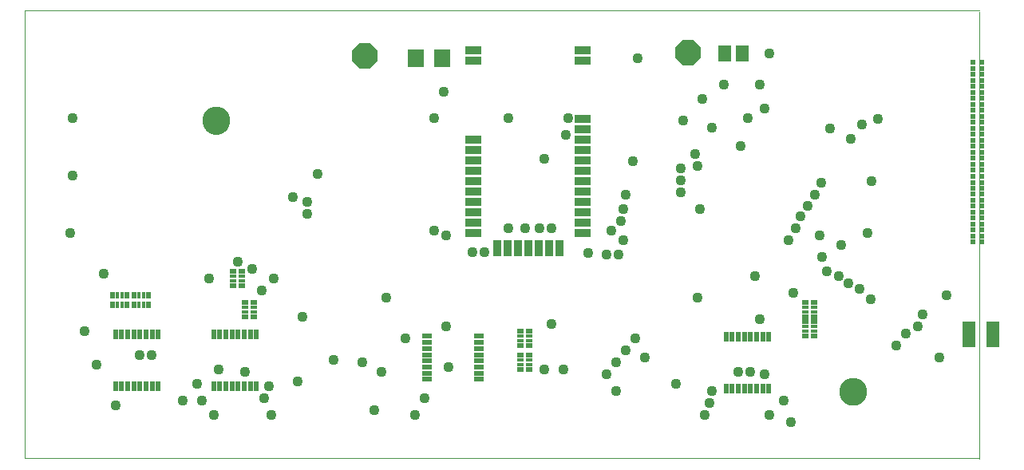
<source format=gbs>
G75*
%MOIN*%
%OFA0B0*%
%FSLAX25Y25*%
%IPPOS*%
%LPD*%
%AMOC8*
5,1,8,0,0,1.08239X$1,22.5*
%
%ADD10C,0.00000*%
%ADD11R,0.06899X0.07698*%
%ADD12R,0.01969X0.04331*%
%ADD13R,0.04331X0.01969*%
%ADD14OC8,0.10600*%
%ADD15R,0.06506X0.03356*%
%ADD16R,0.03356X0.06506*%
%ADD17R,0.02100X0.02100*%
%ADD18C,0.11624*%
%ADD19R,0.05718X0.06506*%
%ADD20R,0.02175X0.02569*%
%ADD21R,0.01781X0.02569*%
%ADD22R,0.02569X0.02175*%
%ADD23R,0.02569X0.01781*%
%ADD24R,0.05600X0.10600*%
%ADD25C,0.04362*%
D10*
X0001800Y0001200D02*
X0001800Y0188161D01*
X0400501Y0188161D01*
X0400661Y0187701D02*
X0400739Y0001000D01*
X0400501Y0001200D02*
X0001800Y0001200D01*
X0076288Y0142200D02*
X0076290Y0142348D01*
X0076296Y0142496D01*
X0076306Y0142644D01*
X0076320Y0142791D01*
X0076338Y0142938D01*
X0076359Y0143084D01*
X0076385Y0143230D01*
X0076415Y0143375D01*
X0076448Y0143519D01*
X0076486Y0143662D01*
X0076527Y0143804D01*
X0076572Y0143945D01*
X0076620Y0144085D01*
X0076673Y0144224D01*
X0076729Y0144361D01*
X0076789Y0144496D01*
X0076852Y0144630D01*
X0076919Y0144762D01*
X0076990Y0144892D01*
X0077064Y0145020D01*
X0077141Y0145146D01*
X0077222Y0145270D01*
X0077306Y0145392D01*
X0077393Y0145511D01*
X0077484Y0145628D01*
X0077578Y0145743D01*
X0077674Y0145855D01*
X0077774Y0145965D01*
X0077876Y0146071D01*
X0077982Y0146175D01*
X0078090Y0146276D01*
X0078201Y0146374D01*
X0078314Y0146470D01*
X0078430Y0146562D01*
X0078548Y0146651D01*
X0078669Y0146736D01*
X0078792Y0146819D01*
X0078917Y0146898D01*
X0079044Y0146974D01*
X0079173Y0147046D01*
X0079304Y0147115D01*
X0079437Y0147180D01*
X0079572Y0147241D01*
X0079708Y0147299D01*
X0079845Y0147354D01*
X0079984Y0147404D01*
X0080125Y0147451D01*
X0080266Y0147494D01*
X0080409Y0147534D01*
X0080553Y0147569D01*
X0080697Y0147601D01*
X0080843Y0147628D01*
X0080989Y0147652D01*
X0081136Y0147672D01*
X0081283Y0147688D01*
X0081430Y0147700D01*
X0081578Y0147708D01*
X0081726Y0147712D01*
X0081874Y0147712D01*
X0082022Y0147708D01*
X0082170Y0147700D01*
X0082317Y0147688D01*
X0082464Y0147672D01*
X0082611Y0147652D01*
X0082757Y0147628D01*
X0082903Y0147601D01*
X0083047Y0147569D01*
X0083191Y0147534D01*
X0083334Y0147494D01*
X0083475Y0147451D01*
X0083616Y0147404D01*
X0083755Y0147354D01*
X0083892Y0147299D01*
X0084028Y0147241D01*
X0084163Y0147180D01*
X0084296Y0147115D01*
X0084427Y0147046D01*
X0084556Y0146974D01*
X0084683Y0146898D01*
X0084808Y0146819D01*
X0084931Y0146736D01*
X0085052Y0146651D01*
X0085170Y0146562D01*
X0085286Y0146470D01*
X0085399Y0146374D01*
X0085510Y0146276D01*
X0085618Y0146175D01*
X0085724Y0146071D01*
X0085826Y0145965D01*
X0085926Y0145855D01*
X0086022Y0145743D01*
X0086116Y0145628D01*
X0086207Y0145511D01*
X0086294Y0145392D01*
X0086378Y0145270D01*
X0086459Y0145146D01*
X0086536Y0145020D01*
X0086610Y0144892D01*
X0086681Y0144762D01*
X0086748Y0144630D01*
X0086811Y0144496D01*
X0086871Y0144361D01*
X0086927Y0144224D01*
X0086980Y0144085D01*
X0087028Y0143945D01*
X0087073Y0143804D01*
X0087114Y0143662D01*
X0087152Y0143519D01*
X0087185Y0143375D01*
X0087215Y0143230D01*
X0087241Y0143084D01*
X0087262Y0142938D01*
X0087280Y0142791D01*
X0087294Y0142644D01*
X0087304Y0142496D01*
X0087310Y0142348D01*
X0087312Y0142200D01*
X0087310Y0142052D01*
X0087304Y0141904D01*
X0087294Y0141756D01*
X0087280Y0141609D01*
X0087262Y0141462D01*
X0087241Y0141316D01*
X0087215Y0141170D01*
X0087185Y0141025D01*
X0087152Y0140881D01*
X0087114Y0140738D01*
X0087073Y0140596D01*
X0087028Y0140455D01*
X0086980Y0140315D01*
X0086927Y0140176D01*
X0086871Y0140039D01*
X0086811Y0139904D01*
X0086748Y0139770D01*
X0086681Y0139638D01*
X0086610Y0139508D01*
X0086536Y0139380D01*
X0086459Y0139254D01*
X0086378Y0139130D01*
X0086294Y0139008D01*
X0086207Y0138889D01*
X0086116Y0138772D01*
X0086022Y0138657D01*
X0085926Y0138545D01*
X0085826Y0138435D01*
X0085724Y0138329D01*
X0085618Y0138225D01*
X0085510Y0138124D01*
X0085399Y0138026D01*
X0085286Y0137930D01*
X0085170Y0137838D01*
X0085052Y0137749D01*
X0084931Y0137664D01*
X0084808Y0137581D01*
X0084683Y0137502D01*
X0084556Y0137426D01*
X0084427Y0137354D01*
X0084296Y0137285D01*
X0084163Y0137220D01*
X0084028Y0137159D01*
X0083892Y0137101D01*
X0083755Y0137046D01*
X0083616Y0136996D01*
X0083475Y0136949D01*
X0083334Y0136906D01*
X0083191Y0136866D01*
X0083047Y0136831D01*
X0082903Y0136799D01*
X0082757Y0136772D01*
X0082611Y0136748D01*
X0082464Y0136728D01*
X0082317Y0136712D01*
X0082170Y0136700D01*
X0082022Y0136692D01*
X0081874Y0136688D01*
X0081726Y0136688D01*
X0081578Y0136692D01*
X0081430Y0136700D01*
X0081283Y0136712D01*
X0081136Y0136728D01*
X0080989Y0136748D01*
X0080843Y0136772D01*
X0080697Y0136799D01*
X0080553Y0136831D01*
X0080409Y0136866D01*
X0080266Y0136906D01*
X0080125Y0136949D01*
X0079984Y0136996D01*
X0079845Y0137046D01*
X0079708Y0137101D01*
X0079572Y0137159D01*
X0079437Y0137220D01*
X0079304Y0137285D01*
X0079173Y0137354D01*
X0079044Y0137426D01*
X0078917Y0137502D01*
X0078792Y0137581D01*
X0078669Y0137664D01*
X0078548Y0137749D01*
X0078430Y0137838D01*
X0078314Y0137930D01*
X0078201Y0138026D01*
X0078090Y0138124D01*
X0077982Y0138225D01*
X0077876Y0138329D01*
X0077774Y0138435D01*
X0077674Y0138545D01*
X0077578Y0138657D01*
X0077484Y0138772D01*
X0077393Y0138889D01*
X0077306Y0139008D01*
X0077222Y0139130D01*
X0077141Y0139254D01*
X0077064Y0139380D01*
X0076990Y0139508D01*
X0076919Y0139638D01*
X0076852Y0139770D01*
X0076789Y0139904D01*
X0076729Y0140039D01*
X0076673Y0140176D01*
X0076620Y0140315D01*
X0076572Y0140455D01*
X0076527Y0140596D01*
X0076486Y0140738D01*
X0076448Y0140881D01*
X0076415Y0141025D01*
X0076385Y0141170D01*
X0076359Y0141316D01*
X0076338Y0141462D01*
X0076320Y0141609D01*
X0076306Y0141756D01*
X0076296Y0141904D01*
X0076290Y0142052D01*
X0076288Y0142200D01*
X0342288Y0029100D02*
X0342290Y0029248D01*
X0342296Y0029396D01*
X0342306Y0029544D01*
X0342320Y0029691D01*
X0342338Y0029838D01*
X0342359Y0029984D01*
X0342385Y0030130D01*
X0342415Y0030275D01*
X0342448Y0030419D01*
X0342486Y0030562D01*
X0342527Y0030704D01*
X0342572Y0030845D01*
X0342620Y0030985D01*
X0342673Y0031124D01*
X0342729Y0031261D01*
X0342789Y0031396D01*
X0342852Y0031530D01*
X0342919Y0031662D01*
X0342990Y0031792D01*
X0343064Y0031920D01*
X0343141Y0032046D01*
X0343222Y0032170D01*
X0343306Y0032292D01*
X0343393Y0032411D01*
X0343484Y0032528D01*
X0343578Y0032643D01*
X0343674Y0032755D01*
X0343774Y0032865D01*
X0343876Y0032971D01*
X0343982Y0033075D01*
X0344090Y0033176D01*
X0344201Y0033274D01*
X0344314Y0033370D01*
X0344430Y0033462D01*
X0344548Y0033551D01*
X0344669Y0033636D01*
X0344792Y0033719D01*
X0344917Y0033798D01*
X0345044Y0033874D01*
X0345173Y0033946D01*
X0345304Y0034015D01*
X0345437Y0034080D01*
X0345572Y0034141D01*
X0345708Y0034199D01*
X0345845Y0034254D01*
X0345984Y0034304D01*
X0346125Y0034351D01*
X0346266Y0034394D01*
X0346409Y0034434D01*
X0346553Y0034469D01*
X0346697Y0034501D01*
X0346843Y0034528D01*
X0346989Y0034552D01*
X0347136Y0034572D01*
X0347283Y0034588D01*
X0347430Y0034600D01*
X0347578Y0034608D01*
X0347726Y0034612D01*
X0347874Y0034612D01*
X0348022Y0034608D01*
X0348170Y0034600D01*
X0348317Y0034588D01*
X0348464Y0034572D01*
X0348611Y0034552D01*
X0348757Y0034528D01*
X0348903Y0034501D01*
X0349047Y0034469D01*
X0349191Y0034434D01*
X0349334Y0034394D01*
X0349475Y0034351D01*
X0349616Y0034304D01*
X0349755Y0034254D01*
X0349892Y0034199D01*
X0350028Y0034141D01*
X0350163Y0034080D01*
X0350296Y0034015D01*
X0350427Y0033946D01*
X0350556Y0033874D01*
X0350683Y0033798D01*
X0350808Y0033719D01*
X0350931Y0033636D01*
X0351052Y0033551D01*
X0351170Y0033462D01*
X0351286Y0033370D01*
X0351399Y0033274D01*
X0351510Y0033176D01*
X0351618Y0033075D01*
X0351724Y0032971D01*
X0351826Y0032865D01*
X0351926Y0032755D01*
X0352022Y0032643D01*
X0352116Y0032528D01*
X0352207Y0032411D01*
X0352294Y0032292D01*
X0352378Y0032170D01*
X0352459Y0032046D01*
X0352536Y0031920D01*
X0352610Y0031792D01*
X0352681Y0031662D01*
X0352748Y0031530D01*
X0352811Y0031396D01*
X0352871Y0031261D01*
X0352927Y0031124D01*
X0352980Y0030985D01*
X0353028Y0030845D01*
X0353073Y0030704D01*
X0353114Y0030562D01*
X0353152Y0030419D01*
X0353185Y0030275D01*
X0353215Y0030130D01*
X0353241Y0029984D01*
X0353262Y0029838D01*
X0353280Y0029691D01*
X0353294Y0029544D01*
X0353304Y0029396D01*
X0353310Y0029248D01*
X0353312Y0029100D01*
X0353310Y0028952D01*
X0353304Y0028804D01*
X0353294Y0028656D01*
X0353280Y0028509D01*
X0353262Y0028362D01*
X0353241Y0028216D01*
X0353215Y0028070D01*
X0353185Y0027925D01*
X0353152Y0027781D01*
X0353114Y0027638D01*
X0353073Y0027496D01*
X0353028Y0027355D01*
X0352980Y0027215D01*
X0352927Y0027076D01*
X0352871Y0026939D01*
X0352811Y0026804D01*
X0352748Y0026670D01*
X0352681Y0026538D01*
X0352610Y0026408D01*
X0352536Y0026280D01*
X0352459Y0026154D01*
X0352378Y0026030D01*
X0352294Y0025908D01*
X0352207Y0025789D01*
X0352116Y0025672D01*
X0352022Y0025557D01*
X0351926Y0025445D01*
X0351826Y0025335D01*
X0351724Y0025229D01*
X0351618Y0025125D01*
X0351510Y0025024D01*
X0351399Y0024926D01*
X0351286Y0024830D01*
X0351170Y0024738D01*
X0351052Y0024649D01*
X0350931Y0024564D01*
X0350808Y0024481D01*
X0350683Y0024402D01*
X0350556Y0024326D01*
X0350427Y0024254D01*
X0350296Y0024185D01*
X0350163Y0024120D01*
X0350028Y0024059D01*
X0349892Y0024001D01*
X0349755Y0023946D01*
X0349616Y0023896D01*
X0349475Y0023849D01*
X0349334Y0023806D01*
X0349191Y0023766D01*
X0349047Y0023731D01*
X0348903Y0023699D01*
X0348757Y0023672D01*
X0348611Y0023648D01*
X0348464Y0023628D01*
X0348317Y0023612D01*
X0348170Y0023600D01*
X0348022Y0023592D01*
X0347874Y0023588D01*
X0347726Y0023588D01*
X0347578Y0023592D01*
X0347430Y0023600D01*
X0347283Y0023612D01*
X0347136Y0023628D01*
X0346989Y0023648D01*
X0346843Y0023672D01*
X0346697Y0023699D01*
X0346553Y0023731D01*
X0346409Y0023766D01*
X0346266Y0023806D01*
X0346125Y0023849D01*
X0345984Y0023896D01*
X0345845Y0023946D01*
X0345708Y0024001D01*
X0345572Y0024059D01*
X0345437Y0024120D01*
X0345304Y0024185D01*
X0345173Y0024254D01*
X0345044Y0024326D01*
X0344917Y0024402D01*
X0344792Y0024481D01*
X0344669Y0024564D01*
X0344548Y0024649D01*
X0344430Y0024738D01*
X0344314Y0024830D01*
X0344201Y0024926D01*
X0344090Y0025024D01*
X0343982Y0025125D01*
X0343876Y0025229D01*
X0343774Y0025335D01*
X0343674Y0025445D01*
X0343578Y0025557D01*
X0343484Y0025672D01*
X0343393Y0025789D01*
X0343306Y0025908D01*
X0343222Y0026030D01*
X0343141Y0026154D01*
X0343064Y0026280D01*
X0342990Y0026408D01*
X0342919Y0026538D01*
X0342852Y0026670D01*
X0342789Y0026804D01*
X0342729Y0026939D01*
X0342673Y0027076D01*
X0342620Y0027215D01*
X0342572Y0027355D01*
X0342527Y0027496D01*
X0342486Y0027638D01*
X0342448Y0027781D01*
X0342415Y0027925D01*
X0342385Y0028070D01*
X0342359Y0028216D01*
X0342338Y0028362D01*
X0342320Y0028509D01*
X0342306Y0028656D01*
X0342296Y0028804D01*
X0342290Y0028952D01*
X0342288Y0029100D01*
D11*
X0176398Y0168200D03*
X0165202Y0168200D03*
D12*
X0098757Y0053125D03*
X0096198Y0053125D03*
X0093639Y0053125D03*
X0091080Y0053125D03*
X0088520Y0053125D03*
X0085961Y0053125D03*
X0083402Y0053125D03*
X0080843Y0053125D03*
X0057757Y0053125D03*
X0055198Y0053125D03*
X0052639Y0053125D03*
X0050080Y0053125D03*
X0047520Y0053125D03*
X0044961Y0053125D03*
X0042402Y0053125D03*
X0039843Y0053125D03*
X0039843Y0031275D03*
X0042402Y0031275D03*
X0044961Y0031275D03*
X0047520Y0031275D03*
X0050080Y0031275D03*
X0052639Y0031275D03*
X0055198Y0031275D03*
X0057757Y0031275D03*
X0080843Y0031275D03*
X0083402Y0031275D03*
X0085961Y0031275D03*
X0088520Y0031275D03*
X0091080Y0031275D03*
X0093639Y0031275D03*
X0096198Y0031275D03*
X0098757Y0031275D03*
X0294843Y0030275D03*
X0297402Y0030275D03*
X0299961Y0030275D03*
X0302520Y0030275D03*
X0305080Y0030275D03*
X0307639Y0030275D03*
X0310198Y0030275D03*
X0312757Y0030275D03*
X0312757Y0052125D03*
X0310198Y0052125D03*
X0307639Y0052125D03*
X0305080Y0052125D03*
X0302520Y0052125D03*
X0299961Y0052125D03*
X0297402Y0052125D03*
X0294843Y0052125D03*
D13*
X0191725Y0052157D03*
X0191725Y0049598D03*
X0191725Y0047039D03*
X0191725Y0044480D03*
X0191725Y0041920D03*
X0191725Y0039361D03*
X0191725Y0036802D03*
X0191725Y0034243D03*
X0169875Y0034243D03*
X0169875Y0036802D03*
X0169875Y0039361D03*
X0169875Y0041920D03*
X0169875Y0044480D03*
X0169875Y0047039D03*
X0169875Y0049598D03*
X0169875Y0052157D03*
D14*
X0143800Y0169400D03*
X0278800Y0170800D03*
D15*
X0235013Y0171665D03*
X0235013Y0167334D03*
X0189343Y0167334D03*
X0189343Y0171665D03*
X0235013Y0142924D03*
X0235013Y0138594D03*
X0235013Y0134263D03*
X0235013Y0129932D03*
X0235013Y0125602D03*
X0235013Y0121271D03*
X0235013Y0116940D03*
X0235013Y0112609D03*
X0235013Y0108279D03*
X0235013Y0103948D03*
X0235013Y0099617D03*
X0235013Y0095287D03*
X0189343Y0095287D03*
X0189343Y0099617D03*
X0189343Y0103948D03*
X0189343Y0108279D03*
X0189343Y0112609D03*
X0189343Y0116940D03*
X0189343Y0121271D03*
X0189343Y0125602D03*
X0189343Y0129932D03*
X0189343Y0134263D03*
D16*
X0199186Y0088987D03*
X0203517Y0088987D03*
X0207847Y0088987D03*
X0212178Y0088987D03*
X0216509Y0088987D03*
X0220839Y0088987D03*
X0225170Y0088987D03*
D17*
X0398013Y0091500D03*
X0398013Y0094000D03*
X0401587Y0094000D03*
X0401587Y0091500D03*
X0401587Y0096500D03*
X0401587Y0099000D03*
X0401587Y0101500D03*
X0401587Y0104000D03*
X0398013Y0104000D03*
X0398013Y0101500D03*
X0398013Y0099000D03*
X0398013Y0096500D03*
X0398013Y0106500D03*
X0398013Y0109000D03*
X0398013Y0111500D03*
X0401587Y0111500D03*
X0401587Y0109000D03*
X0401587Y0106500D03*
X0401587Y0114000D03*
X0401587Y0116400D03*
X0401587Y0119000D03*
X0398013Y0119000D03*
X0398013Y0116400D03*
X0398013Y0114000D03*
X0398013Y0121500D03*
X0398013Y0124000D03*
X0397913Y0126500D03*
X0401487Y0126500D03*
X0401587Y0124000D03*
X0401587Y0121500D03*
X0401487Y0129000D03*
X0401487Y0131500D03*
X0401587Y0134000D03*
X0398013Y0134000D03*
X0397913Y0131500D03*
X0397913Y0129000D03*
X0398013Y0136500D03*
X0398013Y0139000D03*
X0398013Y0141500D03*
X0401587Y0141500D03*
X0401587Y0139000D03*
X0401587Y0136500D03*
X0401587Y0144000D03*
X0401587Y0146500D03*
X0401587Y0149000D03*
X0398013Y0149000D03*
X0398013Y0146500D03*
X0398013Y0144000D03*
X0398013Y0151500D03*
X0398013Y0154000D03*
X0398013Y0156500D03*
X0401587Y0156500D03*
X0401587Y0154000D03*
X0401587Y0151500D03*
X0401587Y0159000D03*
X0401587Y0161500D03*
X0401587Y0164000D03*
X0398013Y0164000D03*
X0398013Y0161500D03*
X0398013Y0159000D03*
X0398013Y0166500D03*
X0401587Y0166500D03*
D18*
X0347800Y0029100D03*
X0081800Y0142200D03*
D19*
X0294160Y0170300D03*
X0301640Y0170300D03*
D20*
X0053556Y0069169D03*
X0053556Y0065231D03*
X0047650Y0065231D03*
X0044556Y0065231D03*
X0038650Y0065231D03*
X0038650Y0069169D03*
X0044556Y0069169D03*
X0047650Y0069169D03*
D21*
X0049619Y0069169D03*
X0051587Y0069169D03*
X0051587Y0065231D03*
X0049619Y0065231D03*
X0042587Y0065231D03*
X0040619Y0065231D03*
X0040619Y0069169D03*
X0042587Y0069169D03*
D22*
X0088831Y0073444D03*
X0092769Y0073444D03*
X0092769Y0079350D03*
X0088831Y0079350D03*
X0093831Y0066350D03*
X0097769Y0066350D03*
X0097769Y0060444D03*
X0093831Y0060444D03*
X0208831Y0054350D03*
X0212769Y0054350D03*
X0212769Y0048444D03*
X0208831Y0048444D03*
X0208831Y0044350D03*
X0212769Y0044350D03*
X0212769Y0038444D03*
X0208831Y0038444D03*
X0327831Y0052444D03*
X0331769Y0052444D03*
X0331769Y0058350D03*
X0331769Y0060444D03*
X0327831Y0060444D03*
X0327831Y0058350D03*
X0327831Y0066350D03*
X0331769Y0066350D03*
D23*
X0331769Y0064381D03*
X0327831Y0064381D03*
X0327831Y0062413D03*
X0331769Y0062413D03*
X0331769Y0056381D03*
X0331769Y0054413D03*
X0327831Y0054413D03*
X0327831Y0056381D03*
X0212769Y0052381D03*
X0212769Y0050413D03*
X0208831Y0050413D03*
X0208831Y0052381D03*
X0208831Y0042381D03*
X0208831Y0040413D03*
X0212769Y0040413D03*
X0212769Y0042381D03*
X0097769Y0062413D03*
X0093831Y0062413D03*
X0093831Y0064381D03*
X0097769Y0064381D03*
X0092769Y0075413D03*
X0092769Y0077381D03*
X0088831Y0077381D03*
X0088831Y0075413D03*
D24*
X0396300Y0053100D03*
X0406300Y0053100D03*
D25*
X0383800Y0043200D03*
X0365800Y0048200D03*
X0369800Y0053200D03*
X0374800Y0056200D03*
X0376800Y0061200D03*
X0386800Y0069200D03*
X0355400Y0067700D03*
X0350500Y0072000D03*
X0345800Y0074200D03*
X0341800Y0077200D03*
X0336800Y0079200D03*
X0334800Y0085200D03*
X0342800Y0090200D03*
X0333900Y0094200D03*
X0323800Y0097200D03*
X0325800Y0102200D03*
X0328800Y0106700D03*
X0331800Y0111200D03*
X0334700Y0116200D03*
X0355600Y0116900D03*
X0346900Y0134600D03*
X0338400Y0139000D03*
X0351600Y0140500D03*
X0358200Y0142900D03*
X0310800Y0147200D03*
X0303800Y0143200D03*
X0288800Y0139200D03*
X0276800Y0142200D03*
X0284800Y0151200D03*
X0293800Y0157200D03*
X0308800Y0157200D03*
X0312800Y0170200D03*
X0257800Y0168200D03*
X0228800Y0143200D03*
X0227800Y0136200D03*
X0218800Y0126200D03*
X0252800Y0111200D03*
X0251800Y0105200D03*
X0250800Y0100200D03*
X0246800Y0096200D03*
X0251800Y0092200D03*
X0249800Y0086200D03*
X0244800Y0086200D03*
X0237120Y0086880D03*
X0221800Y0097200D03*
X0216800Y0097200D03*
X0210800Y0097200D03*
X0203800Y0097200D03*
X0193800Y0087200D03*
X0188800Y0087200D03*
X0177800Y0094200D03*
X0172800Y0096200D03*
X0119800Y0103200D03*
X0119800Y0108200D03*
X0113800Y0110200D03*
X0124400Y0120000D03*
X0172800Y0143200D03*
X0176800Y0154200D03*
X0203800Y0143200D03*
X0255800Y0125200D03*
X0275800Y0122200D03*
X0282800Y0123200D03*
X0281800Y0128200D03*
X0300800Y0131600D03*
X0275800Y0117200D03*
X0275800Y0112200D03*
X0283800Y0105200D03*
X0320800Y0092200D03*
X0306800Y0077200D03*
X0322800Y0070200D03*
X0308800Y0059200D03*
X0282800Y0068200D03*
X0256800Y0051200D03*
X0252800Y0046200D03*
X0260800Y0043200D03*
X0248800Y0041200D03*
X0244800Y0036200D03*
X0248800Y0029200D03*
X0226800Y0038200D03*
X0218800Y0038200D03*
X0221800Y0057200D03*
X0177800Y0056200D03*
X0160800Y0051200D03*
X0142800Y0041200D03*
X0150800Y0037200D03*
X0130800Y0042200D03*
X0115800Y0033200D03*
X0103800Y0031200D03*
X0101800Y0026200D03*
X0104800Y0019200D03*
X0080800Y0019200D03*
X0075800Y0025200D03*
X0067800Y0025200D03*
X0073800Y0032200D03*
X0082800Y0038200D03*
X0093800Y0037200D03*
X0054800Y0044200D03*
X0049800Y0044200D03*
X0031800Y0040200D03*
X0026800Y0054200D03*
X0034800Y0078200D03*
X0020800Y0095200D03*
X0021800Y0119200D03*
X0021800Y0143200D03*
X0090800Y0083200D03*
X0096800Y0080200D03*
X0105800Y0076200D03*
X0100800Y0071200D03*
X0078800Y0076200D03*
X0117800Y0060200D03*
X0152800Y0068200D03*
X0178800Y0039200D03*
X0168800Y0026200D03*
X0164800Y0019200D03*
X0147800Y0021200D03*
X0039800Y0023200D03*
X0273800Y0032200D03*
X0288800Y0029200D03*
X0287800Y0024200D03*
X0285800Y0019200D03*
X0312800Y0019200D03*
X0321800Y0016200D03*
X0318800Y0025200D03*
X0310800Y0036200D03*
X0304800Y0037200D03*
X0299800Y0037200D03*
X0353800Y0095200D03*
M02*

</source>
